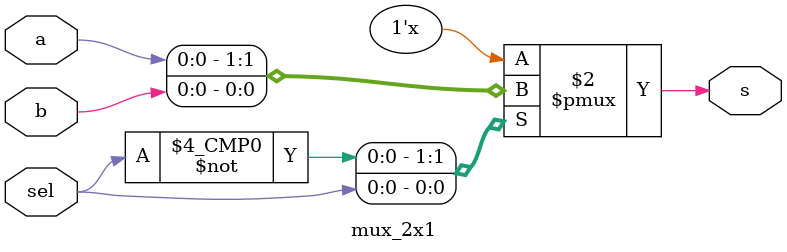
<source format=v>
`timescale 1ns / 1ps


module mux_2x1 #(parameter N = 1)(
    input [N-1:0] a,
    input [N-1:0] b,
    input sel,
    output reg [N-1:0] s
    );
    
    always @(sel or a or b) begin
        case (sel)
            1'B0: s <= a;
            1'B1: s <= b;
        endcase
    end
endmodule

</source>
